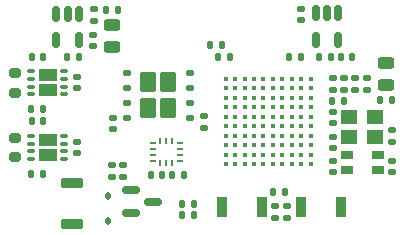
<source format=gtp>
%TF.GenerationSoftware,KiCad,Pcbnew,8.0.7*%
%TF.CreationDate,2025-08-30T11:06:04-07:00*%
%TF.ProjectId,Pivot_Core,5069766f-745f-4436-9f72-652e6b696361,rev?*%
%TF.SameCoordinates,Original*%
%TF.FileFunction,Paste,Top*%
%TF.FilePolarity,Positive*%
%FSLAX46Y46*%
G04 Gerber Fmt 4.6, Leading zero omitted, Abs format (unit mm)*
G04 Created by KiCad (PCBNEW 8.0.7) date 2025-08-30 11:06:04*
%MOMM*%
%LPD*%
G01*
G04 APERTURE LIST*
G04 Aperture macros list*
%AMRoundRect*
0 Rectangle with rounded corners*
0 $1 Rounding radius*
0 $2 $3 $4 $5 $6 $7 $8 $9 X,Y pos of 4 corners*
0 Add a 4 corners polygon primitive as box body*
4,1,4,$2,$3,$4,$5,$6,$7,$8,$9,$2,$3,0*
0 Add four circle primitives for the rounded corners*
1,1,$1+$1,$2,$3*
1,1,$1+$1,$4,$5*
1,1,$1+$1,$6,$7*
1,1,$1+$1,$8,$9*
0 Add four rect primitives between the rounded corners*
20,1,$1+$1,$2,$3,$4,$5,0*
20,1,$1+$1,$4,$5,$6,$7,0*
20,1,$1+$1,$6,$7,$8,$9,0*
20,1,$1+$1,$8,$9,$2,$3,0*%
G04 Aperture macros list end*
%ADD10RoundRect,0.140000X0.140000X0.170000X-0.140000X0.170000X-0.140000X-0.170000X0.140000X-0.170000X0*%
%ADD11RoundRect,0.135000X-0.185000X0.135000X-0.185000X-0.135000X0.185000X-0.135000X0.185000X0.135000X0*%
%ADD12R,1.050000X0.800000*%
%ADD13RoundRect,0.140000X0.170000X-0.140000X0.170000X0.140000X-0.170000X0.140000X-0.170000X-0.140000X0*%
%ADD14C,0.400002*%
%ADD15RoundRect,0.150000X-0.587500X-0.150000X0.587500X-0.150000X0.587500X0.150000X-0.587500X0.150000X0*%
%ADD16RoundRect,0.140000X-0.170000X0.140000X-0.170000X-0.140000X0.170000X-0.140000X0.170000X0.140000X0*%
%ADD17RoundRect,0.250000X0.435000X0.615000X-0.435000X0.615000X-0.435000X-0.615000X0.435000X-0.615000X0*%
%ADD18RoundRect,0.125000X0.250000X0.125000X-0.250000X0.125000X-0.250000X-0.125000X0.250000X-0.125000X0*%
%ADD19RoundRect,0.135000X0.135000X0.185000X-0.135000X0.185000X-0.135000X-0.185000X0.135000X-0.185000X0*%
%ADD20RoundRect,0.135000X-0.135000X-0.185000X0.135000X-0.185000X0.135000X0.185000X-0.135000X0.185000X0*%
%ADD21R,1.400000X1.200000*%
%ADD22RoundRect,0.140000X-0.140000X-0.170000X0.140000X-0.170000X0.140000X0.170000X-0.140000X0.170000X0*%
%ADD23RoundRect,0.135000X0.185000X-0.135000X0.185000X0.135000X-0.185000X0.135000X-0.185000X-0.135000X0*%
%ADD24R,0.900000X1.700000*%
%ADD25RoundRect,0.243750X0.456250X-0.243750X0.456250X0.243750X-0.456250X0.243750X-0.456250X-0.243750X0*%
%ADD26RoundRect,0.200000X0.275000X-0.200000X0.275000X0.200000X-0.275000X0.200000X-0.275000X-0.200000X0*%
%ADD27RoundRect,0.150000X-0.150000X0.512500X-0.150000X-0.512500X0.150000X-0.512500X0.150000X0.512500X0*%
%ADD28RoundRect,0.080000X0.655000X0.455000X-0.655000X0.455000X-0.655000X-0.455000X0.655000X-0.455000X0*%
%ADD29RoundRect,0.075000X0.225000X0.075000X-0.225000X0.075000X-0.225000X-0.075000X0.225000X-0.075000X0*%
%ADD30RoundRect,0.112500X-0.112500X0.187500X-0.112500X-0.187500X0.112500X-0.187500X0.112500X0.187500X0*%
%ADD31RoundRect,0.090000X0.810000X-0.360000X0.810000X0.360000X-0.810000X0.360000X-0.810000X-0.360000X0*%
%ADD32R,0.475000X0.250000*%
%ADD33R,0.250000X0.475000*%
%ADD34RoundRect,0.243750X-0.456250X0.243750X-0.456250X-0.243750X0.456250X-0.243750X0.456250X0.243750X0*%
G04 APERTURE END LIST*
D10*
%TO.C,C7*%
X158825000Y-85050000D03*
X157865000Y-85050000D03*
%TD*%
D11*
%TO.C,R12*%
X148050000Y-90070000D03*
X148050000Y-91090000D03*
%TD*%
D12*
%TO.C,Y2*%
X162830000Y-93410000D03*
X160180000Y-93410000D03*
X160180000Y-94610000D03*
X162830000Y-94610000D03*
%TD*%
D13*
%TO.C,C11*%
X154120000Y-98680000D03*
X154120000Y-97720000D03*
%TD*%
D14*
%TO.C,U1*%
X157120000Y-94140000D03*
X156320000Y-94140000D03*
X155520000Y-94140000D03*
X154720000Y-94140000D03*
X153920000Y-94140000D03*
X153120000Y-94140000D03*
X152320000Y-94140000D03*
X151520000Y-94140000D03*
X150720000Y-94140000D03*
X149920000Y-94140000D03*
X157120000Y-93340000D03*
X156320000Y-93340000D03*
X155520000Y-93340000D03*
X154720000Y-93340000D03*
X153920000Y-93340000D03*
X153120000Y-93340000D03*
X152320000Y-93340000D03*
X151520000Y-93340000D03*
X150720000Y-93340000D03*
X149920000Y-93340000D03*
X157120000Y-92540000D03*
X156320000Y-92540000D03*
X155520000Y-92540000D03*
X154720000Y-92540000D03*
X153920000Y-92540000D03*
X153120000Y-92540000D03*
X152320000Y-92540000D03*
X151520000Y-92540000D03*
X150720000Y-92540000D03*
X149920000Y-92540000D03*
X157120000Y-91740000D03*
X156320000Y-91740000D03*
X155520000Y-91740000D03*
X154720000Y-91740000D03*
X153920000Y-91740000D03*
X153120000Y-91740000D03*
X152320000Y-91740000D03*
X151520000Y-91740000D03*
X150720000Y-91740000D03*
X149920000Y-91740000D03*
X157120000Y-90940000D03*
X156320000Y-90940000D03*
X155520000Y-90940000D03*
X154720000Y-90940000D03*
X153920000Y-90940000D03*
X153120000Y-90940000D03*
X152320000Y-90940000D03*
X151520000Y-90940000D03*
X150720000Y-90940000D03*
X149920000Y-90940000D03*
X157120000Y-90140000D03*
X156320000Y-90140000D03*
X155520000Y-90140000D03*
X154720000Y-90140000D03*
X153920000Y-90140000D03*
X153120000Y-90140000D03*
X152320000Y-90140000D03*
X151520000Y-90140000D03*
X150720000Y-90140000D03*
X149920000Y-90140000D03*
X157120000Y-89340000D03*
X156320000Y-89340000D03*
X155520000Y-89340000D03*
X154720000Y-89340000D03*
X153920000Y-89340000D03*
X153120000Y-89340000D03*
X152320000Y-89340000D03*
X151520000Y-89340000D03*
X150720000Y-89340000D03*
X149920000Y-89340000D03*
X157120000Y-88540000D03*
X156320000Y-88540000D03*
X155520000Y-88540000D03*
X154720000Y-88540000D03*
X153920000Y-88540000D03*
X153120000Y-88540000D03*
X152320000Y-88540000D03*
X151520000Y-88540000D03*
X150720000Y-88540000D03*
X149920000Y-88540000D03*
X157120000Y-87740000D03*
X156320000Y-87740000D03*
X155520000Y-87740000D03*
X154720000Y-87740000D03*
X153920000Y-87740000D03*
X153120000Y-87740000D03*
X152320000Y-87740000D03*
X151520000Y-87740000D03*
X150720000Y-87740000D03*
X149920000Y-87740000D03*
X157120000Y-86940000D03*
X156320000Y-86940000D03*
X155520000Y-86940000D03*
X154720000Y-86940000D03*
X153920000Y-86940000D03*
X153120000Y-86940000D03*
X152320000Y-86940000D03*
X151520000Y-86940000D03*
X150720000Y-86940000D03*
X149920000Y-86940000D03*
%TD*%
D13*
%TO.C,C14*%
X164000000Y-94830000D03*
X164000000Y-93870000D03*
%TD*%
D15*
%TO.C,Q1*%
X141872500Y-96383274D03*
X141872500Y-98283274D03*
X143747500Y-97333274D03*
%TD*%
D16*
%TO.C,C17*%
X138750000Y-81042500D03*
X138750000Y-82002500D03*
%TD*%
D17*
%TO.C,U2*%
X145080000Y-89380000D03*
X145080000Y-87230000D03*
X143380000Y-89380000D03*
X143380000Y-87230000D03*
D18*
X146930000Y-90210000D03*
X146930000Y-88940000D03*
X146930000Y-87670000D03*
X146930000Y-86400000D03*
X141530000Y-86400000D03*
X141530000Y-87670000D03*
X141530000Y-88940000D03*
X141530000Y-90210000D03*
%TD*%
D13*
%TO.C,C12*%
X163990000Y-92240000D03*
X163990000Y-91280000D03*
%TD*%
D19*
%TO.C,R13*%
X149630000Y-84070000D03*
X148610000Y-84070000D03*
%TD*%
D20*
%TO.C,R9*%
X153890000Y-96500000D03*
X154910000Y-96500000D03*
%TD*%
D16*
%TO.C,C1*%
X140420000Y-90210000D03*
X140420000Y-91170000D03*
%TD*%
D21*
%TO.C,Y1*%
X162600000Y-90120000D03*
X160400000Y-90120000D03*
X160400000Y-91820000D03*
X162600000Y-91820000D03*
%TD*%
D22*
%TO.C,C5*%
X133520000Y-90505000D03*
X134480000Y-90505000D03*
%TD*%
D23*
%TO.C,R3*%
X140290000Y-95220000D03*
X140290000Y-94200000D03*
%TD*%
D16*
%TO.C,C9*%
X137340000Y-86785089D03*
X137340000Y-87745089D03*
%TD*%
D19*
%TO.C,R5*%
X159970000Y-88780000D03*
X158950000Y-88780000D03*
%TD*%
D24*
%TO.C,SW2(B3U-1000)1*%
X156300000Y-97770000D03*
X159700000Y-97770000D03*
%TD*%
D25*
%TO.C,D1*%
X163460000Y-87437500D03*
X163460000Y-85562500D03*
%TD*%
D22*
%TO.C,C16*%
X159700000Y-85050000D03*
X160660000Y-85050000D03*
%TD*%
D11*
%TO.C,FB1*%
X160900000Y-86890000D03*
X160900000Y-87910000D03*
%TD*%
D13*
%TO.C,C13*%
X159000000Y-92780000D03*
X159000000Y-91820000D03*
%TD*%
D16*
%TO.C,C33*%
X159950000Y-86900000D03*
X159950000Y-87860000D03*
%TD*%
D19*
%TO.C,R1*%
X164010000Y-88710000D03*
X162990000Y-88710000D03*
%TD*%
D20*
%TO.C,R2*%
X139780000Y-81080000D03*
X140800000Y-81080000D03*
%TD*%
%TO.C,R8*%
X133470000Y-94955000D03*
X134490000Y-94955000D03*
%TD*%
D26*
%TO.C,R7*%
X132110000Y-88097589D03*
X132110000Y-86447589D03*
%TD*%
D10*
%TO.C,C2*%
X146370000Y-95092500D03*
X145410000Y-95092500D03*
%TD*%
D20*
%TO.C,R16*%
X146220000Y-98480000D03*
X147240000Y-98480000D03*
%TD*%
D27*
%TO.C,U9*%
X137487500Y-81400000D03*
X136537500Y-81400000D03*
X135587500Y-81400000D03*
X135587500Y-83675000D03*
X137487500Y-83675000D03*
%TD*%
D28*
%TO.C,U7*%
X134870000Y-93365000D03*
X134870000Y-92095000D03*
D29*
X136270000Y-93705000D03*
X136270000Y-93055000D03*
X136270000Y-92405000D03*
X136270000Y-91755000D03*
X133470000Y-91755000D03*
X133470000Y-92405000D03*
X133470000Y-93055000D03*
X133470000Y-93705000D03*
%TD*%
D27*
%TO.C,U8*%
X159440000Y-81395000D03*
X158490000Y-81395000D03*
X157540000Y-81395000D03*
X157540000Y-83670000D03*
X159440000Y-83670000D03*
%TD*%
D19*
%TO.C,TH1*%
X156298949Y-85060000D03*
X155278949Y-85060000D03*
%TD*%
D30*
%TO.C,D3*%
X139920000Y-96830000D03*
X139920000Y-98930000D03*
%TD*%
D16*
%TO.C,C32*%
X159000000Y-86900000D03*
X159000000Y-87860000D03*
%TD*%
D22*
%TO.C,C10*%
X133520000Y-85055089D03*
X134480000Y-85055089D03*
%TD*%
D31*
%TO.C,BZ1*%
X136940000Y-95727500D03*
X136940000Y-99227500D03*
%TD*%
D32*
%TO.C,U3*%
X143737500Y-92380000D03*
X143737500Y-92880000D03*
X143737500Y-93380000D03*
X143737500Y-93880000D03*
D33*
X144400000Y-94042500D03*
X144900000Y-94042500D03*
X145400000Y-94042500D03*
D32*
X146062500Y-93880000D03*
X146062500Y-93380000D03*
X146062500Y-92880000D03*
X146062500Y-92380000D03*
D33*
X145400000Y-92217500D03*
X144900000Y-92217500D03*
X144400000Y-92217500D03*
%TD*%
D16*
%TO.C,C6*%
X156330000Y-81010000D03*
X156330000Y-81970000D03*
%TD*%
D24*
%TO.C,SW1(B3U-1000)1*%
X152990000Y-97750000D03*
X149590000Y-97750000D03*
%TD*%
D26*
%TO.C,R11*%
X132110000Y-93567500D03*
X132110000Y-91917500D03*
%TD*%
D22*
%TO.C,C3*%
X143580000Y-95092500D03*
X144540000Y-95092500D03*
%TD*%
D16*
%TO.C,C15*%
X159020000Y-93870000D03*
X159020000Y-94830000D03*
%TD*%
D20*
%TO.C,R15*%
X149310000Y-85040000D03*
X150330000Y-85040000D03*
%TD*%
D28*
%TO.C,U5*%
X134870000Y-87895089D03*
X134870000Y-86625089D03*
D29*
X136270000Y-88235089D03*
X136270000Y-87585089D03*
X136270000Y-86935089D03*
X136270000Y-86285089D03*
X133470000Y-86285089D03*
X133470000Y-86935089D03*
X133470000Y-87585089D03*
X133470000Y-88235089D03*
%TD*%
D19*
%TO.C,R14*%
X147240000Y-97520000D03*
X146220000Y-97520000D03*
%TD*%
D34*
%TO.C,D2*%
X140280000Y-82340000D03*
X140280000Y-84215000D03*
%TD*%
D20*
%TO.C,R6*%
X133470000Y-89485089D03*
X134490000Y-89485089D03*
%TD*%
D13*
%TO.C,C18*%
X138700000Y-84160000D03*
X138700000Y-83200000D03*
%TD*%
D16*
%TO.C,C4*%
X137330000Y-92250000D03*
X137330000Y-93210000D03*
%TD*%
D23*
%TO.C,R10*%
X155150000Y-98710000D03*
X155150000Y-97690000D03*
%TD*%
D10*
%TO.C,C19*%
X137490000Y-85050000D03*
X136530000Y-85050000D03*
%TD*%
D23*
%TO.C,R4*%
X141240000Y-95220000D03*
X141240000Y-94200000D03*
%TD*%
D16*
%TO.C,C8*%
X159000000Y-89720000D03*
X159000000Y-90680000D03*
%TD*%
D13*
%TO.C,C34*%
X161850000Y-87860000D03*
X161850000Y-86900000D03*
%TD*%
M02*

</source>
